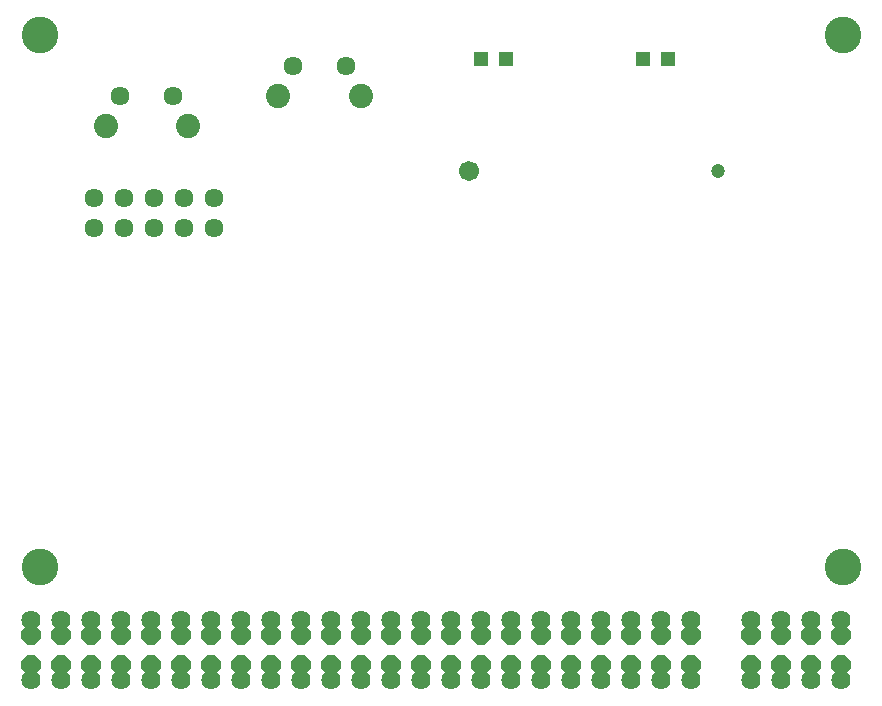
<source format=gbs>
G04 EAGLE Gerber RS-274X export*
G75*
%MOMM*%
%FSLAX34Y34*%
%LPD*%
%INSoldermask Bottom*%
%IPPOS*%
%AMOC8*
5,1,8,0,0,1.08239X$1,22.5*%
G01*
%ADD10C,3.101600*%
%ADD11C,1.625600*%
%ADD12R,1.301600X1.301600*%
%ADD13P,1.759533X8X202.500000*%
%ADD14C,1.609600*%
%ADD15C,2.051600*%
%ADD16C,1.701600*%
%ADD17C,1.201600*%


D10*
X30480Y570230D03*
X709930Y570230D03*
X30480Y119380D03*
X709930Y119380D03*
D11*
X708660Y24130D03*
X708660Y74930D03*
X683260Y24130D03*
X683260Y74930D03*
X657860Y24130D03*
X657860Y74930D03*
X632460Y24130D03*
X632460Y74930D03*
X581660Y24130D03*
X556260Y24130D03*
X530860Y24130D03*
X505460Y24130D03*
X480060Y24130D03*
X454660Y24130D03*
X429260Y24130D03*
X403860Y24130D03*
X378460Y24130D03*
X353060Y24130D03*
X327660Y24130D03*
X302260Y24130D03*
X276860Y24130D03*
X251460Y24130D03*
X226060Y24130D03*
X200660Y24130D03*
X175260Y24130D03*
X149860Y24130D03*
X124460Y24130D03*
X99060Y24130D03*
X73660Y24130D03*
X48260Y24130D03*
X22860Y24130D03*
X581660Y74930D03*
X556260Y74930D03*
X530860Y74930D03*
X505460Y74930D03*
X480060Y74930D03*
X454660Y74930D03*
X429260Y74930D03*
X403860Y74930D03*
X378460Y74930D03*
X353060Y74930D03*
X327660Y74930D03*
X302260Y74930D03*
X276860Y74930D03*
X251460Y74930D03*
X226060Y74930D03*
X200660Y74930D03*
X175260Y74930D03*
X149860Y74930D03*
X124460Y74930D03*
X99060Y74930D03*
X73660Y74930D03*
X48260Y74930D03*
X22860Y74930D03*
D12*
X561680Y549910D03*
X540680Y549910D03*
X424520Y549910D03*
X403520Y549910D03*
D13*
X708660Y36830D03*
X708660Y62230D03*
X683260Y36830D03*
X683260Y62230D03*
X657860Y36830D03*
X657860Y62230D03*
X632460Y36830D03*
X632460Y62230D03*
X581660Y36830D03*
X581660Y62230D03*
X556260Y36830D03*
X556260Y62230D03*
X530860Y36830D03*
X530860Y62230D03*
X505460Y36830D03*
X505460Y62230D03*
X480060Y36830D03*
X480060Y62230D03*
X454660Y36830D03*
X454660Y62230D03*
X429260Y36830D03*
X429260Y62230D03*
X403860Y36830D03*
X403860Y62230D03*
X378460Y36830D03*
X378460Y62230D03*
X353060Y36830D03*
X353060Y62230D03*
X327660Y36830D03*
X327660Y62230D03*
X302260Y36830D03*
X302260Y62230D03*
X276860Y36830D03*
X276860Y62230D03*
X251460Y36830D03*
X251460Y62230D03*
X226060Y36830D03*
X226060Y62230D03*
X200660Y36830D03*
X200660Y62230D03*
X175260Y36830D03*
X175260Y62230D03*
X149860Y36830D03*
X149860Y62230D03*
X124460Y36830D03*
X124460Y62230D03*
X99060Y36830D03*
X99060Y62230D03*
X73660Y36830D03*
X73660Y62230D03*
X48260Y36830D03*
X48260Y62230D03*
X22860Y36830D03*
X22860Y62230D03*
D14*
X289200Y543360D03*
X244200Y543360D03*
D15*
X301700Y518360D03*
X231700Y518360D03*
D14*
X143150Y517960D03*
X98150Y517960D03*
D15*
X155650Y492960D03*
X85650Y492960D03*
D14*
X177800Y431800D03*
X177800Y406400D03*
X152400Y431800D03*
X152400Y406400D03*
X127000Y431800D03*
X127000Y406400D03*
X101600Y431800D03*
X101600Y406400D03*
X76200Y431800D03*
X76200Y406400D03*
D16*
X393700Y454660D03*
D17*
X604520Y454660D03*
M02*

</source>
